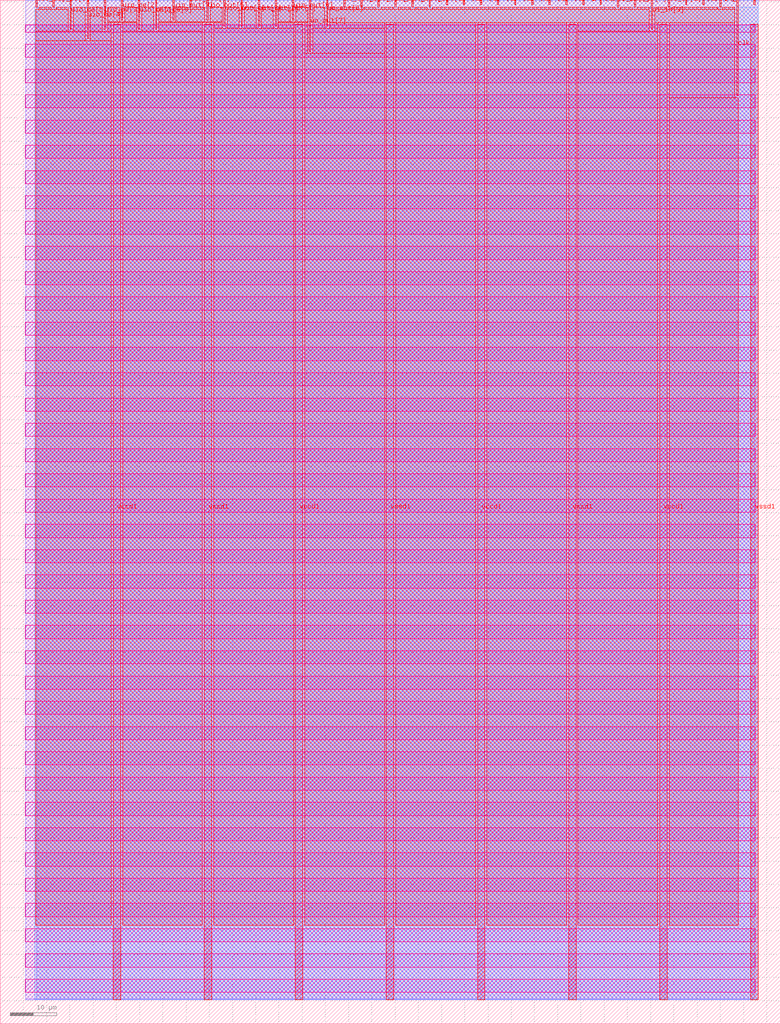
<source format=lef>
VERSION 5.7 ;
  NOWIREEXTENSIONATPIN ON ;
  DIVIDERCHAR "/" ;
  BUSBITCHARS "[]" ;
MACRO tt_um_kiwih_tt_top
  CLASS BLOCK ;
  FOREIGN tt_um_kiwih_tt_top ;
  ORIGIN 0.000 0.000 ;
  SIZE 167.900 BY 220.320 ;
  PIN clk
    DIRECTION INPUT ;
    USE SIGNAL ;
    PORT
      LAYER met4 ;
        RECT 158.550 199.740 158.850 220.320 ;
    END
  END clk
  PIN ena
    DIRECTION INPUT ;
    USE SIGNAL ;
    PORT
      LAYER met4 ;
        RECT 162.230 219.320 162.530 220.320 ;
    END
  END ena
  PIN rst_n
    DIRECTION INPUT ;
    USE SIGNAL ;
    PORT
      LAYER met4 ;
        RECT 154.870 218.780 155.170 220.320 ;
    END
  END rst_n
  PIN ui_in[0]
    DIRECTION INPUT ;
    USE SIGNAL ;
    PORT
      LAYER met4 ;
        RECT 151.190 219.320 151.490 220.320 ;
    END
  END ui_in[0]
  PIN ui_in[1]
    DIRECTION INPUT ;
    USE SIGNAL ;
    PORT
      LAYER met4 ;
        RECT 147.510 219.320 147.810 220.320 ;
    END
  END ui_in[1]
  PIN ui_in[2]
    DIRECTION INPUT ;
    USE SIGNAL ;
    PORT
      LAYER met4 ;
        RECT 143.830 218.780 144.130 220.320 ;
    END
  END ui_in[2]
  PIN ui_in[3]
    DIRECTION INPUT ;
    USE SIGNAL ;
    PORT
      LAYER met4 ;
        RECT 140.150 214.020 140.450 220.320 ;
    END
  END ui_in[3]
  PIN ui_in[4]
    DIRECTION INPUT ;
    USE SIGNAL ;
    PORT
      LAYER met4 ;
        RECT 136.470 218.780 136.770 220.320 ;
    END
  END ui_in[4]
  PIN ui_in[5]
    DIRECTION INPUT ;
    USE SIGNAL ;
    PORT
      LAYER met4 ;
        RECT 132.790 218.780 133.090 220.320 ;
    END
  END ui_in[5]
  PIN ui_in[6]
    DIRECTION INPUT ;
    USE SIGNAL ;
    PORT
      LAYER met4 ;
        RECT 129.110 219.320 129.410 220.320 ;
    END
  END ui_in[6]
  PIN ui_in[7]
    DIRECTION INPUT ;
    USE SIGNAL ;
    PORT
      LAYER met4 ;
        RECT 125.430 219.320 125.730 220.320 ;
    END
  END ui_in[7]
  PIN uio_in[0]
    DIRECTION INPUT ;
    USE SIGNAL ;
    PORT
      LAYER met4 ;
        RECT 121.750 219.320 122.050 220.320 ;
    END
  END uio_in[0]
  PIN uio_in[1]
    DIRECTION INPUT ;
    USE SIGNAL ;
    PORT
      LAYER met4 ;
        RECT 118.070 219.320 118.370 220.320 ;
    END
  END uio_in[1]
  PIN uio_in[2]
    DIRECTION INPUT ;
    USE SIGNAL ;
    PORT
      LAYER met4 ;
        RECT 114.390 219.320 114.690 220.320 ;
    END
  END uio_in[2]
  PIN uio_in[3]
    DIRECTION INPUT ;
    USE SIGNAL ;
    PORT
      LAYER met4 ;
        RECT 110.710 219.320 111.010 220.320 ;
    END
  END uio_in[3]
  PIN uio_in[4]
    DIRECTION INPUT ;
    USE SIGNAL ;
    PORT
      LAYER met4 ;
        RECT 107.030 219.320 107.330 220.320 ;
    END
  END uio_in[4]
  PIN uio_in[5]
    DIRECTION INPUT ;
    USE SIGNAL ;
    PORT
      LAYER met4 ;
        RECT 103.350 219.320 103.650 220.320 ;
    END
  END uio_in[5]
  PIN uio_in[6]
    DIRECTION INPUT ;
    USE SIGNAL ;
    PORT
      LAYER met4 ;
        RECT 99.670 219.320 99.970 220.320 ;
    END
  END uio_in[6]
  PIN uio_in[7]
    DIRECTION INPUT ;
    USE SIGNAL ;
    PORT
      LAYER met4 ;
        RECT 95.990 219.320 96.290 220.320 ;
    END
  END uio_in[7]
  PIN uio_oe[0]
    DIRECTION OUTPUT TRISTATE ;
    USE SIGNAL ;
    PORT
      LAYER met4 ;
        RECT 33.430 214.020 33.730 220.320 ;
    END
  END uio_oe[0]
  PIN uio_oe[1]
    DIRECTION OUTPUT TRISTATE ;
    USE SIGNAL ;
    PORT
      LAYER met4 ;
        RECT 29.750 214.020 30.050 220.320 ;
    END
  END uio_oe[1]
  PIN uio_oe[2]
    DIRECTION OUTPUT TRISTATE ;
    USE SIGNAL ;
    PORT
      LAYER met4 ;
        RECT 26.070 216.060 26.370 220.320 ;
    END
  END uio_oe[2]
  PIN uio_oe[3]
    DIRECTION OUTPUT TRISTATE ;
    USE SIGNAL ;
    PORT
      LAYER met4 ;
        RECT 22.390 214.020 22.690 220.320 ;
    END
  END uio_oe[3]
  PIN uio_oe[4]
    DIRECTION OUTPUT TRISTATE ;
    USE SIGNAL ;
    PORT
      LAYER met4 ;
        RECT 18.710 211.980 19.010 220.320 ;
    END
  END uio_oe[4]
  PIN uio_oe[5]
    DIRECTION OUTPUT TRISTATE ;
    USE SIGNAL ;
    PORT
      LAYER met4 ;
        RECT 15.030 214.020 15.330 220.320 ;
    END
  END uio_oe[5]
  PIN uio_oe[6]
    DIRECTION OUTPUT TRISTATE ;
    USE SIGNAL ;
    PORT
      LAYER met4 ;
        RECT 11.350 218.780 11.650 220.320 ;
    END
  END uio_oe[6]
  PIN uio_oe[7]
    DIRECTION OUTPUT TRISTATE ;
    USE SIGNAL ;
    PORT
      LAYER met4 ;
        RECT 7.670 218.780 7.970 220.320 ;
    END
  END uio_oe[7]
  PIN uio_out[0]
    DIRECTION OUTPUT TRISTATE ;
    USE SIGNAL ;
    PORT
      LAYER met4 ;
        RECT 62.870 216.060 63.170 220.320 ;
    END
  END uio_out[0]
  PIN uio_out[1]
    DIRECTION OUTPUT TRISTATE ;
    USE SIGNAL ;
    PORT
      LAYER met4 ;
        RECT 59.190 214.700 59.490 220.320 ;
    END
  END uio_out[1]
  PIN uio_out[2]
    DIRECTION OUTPUT TRISTATE ;
    USE SIGNAL ;
    PORT
      LAYER met4 ;
        RECT 55.510 214.700 55.810 220.320 ;
    END
  END uio_out[2]
  PIN uio_out[3]
    DIRECTION OUTPUT TRISTATE ;
    USE SIGNAL ;
    PORT
      LAYER met4 ;
        RECT 51.830 214.700 52.130 220.320 ;
    END
  END uio_out[3]
  PIN uio_out[4]
    DIRECTION OUTPUT TRISTATE ;
    USE SIGNAL ;
    PORT
      LAYER met4 ;
        RECT 48.150 214.700 48.450 220.320 ;
    END
  END uio_out[4]
  PIN uio_out[5]
    DIRECTION OUTPUT TRISTATE ;
    USE SIGNAL ;
    PORT
      LAYER met4 ;
        RECT 44.470 216.060 44.770 220.320 ;
    END
  END uio_out[5]
  PIN uio_out[6]
    DIRECTION OUTPUT TRISTATE ;
    USE SIGNAL ;
    PORT
      LAYER met4 ;
        RECT 40.790 218.780 41.090 220.320 ;
    END
  END uio_out[6]
  PIN uio_out[7]
    DIRECTION OUTPUT TRISTATE ;
    USE SIGNAL ;
    PORT
      LAYER met4 ;
        RECT 37.110 216.060 37.410 220.320 ;
    END
  END uio_out[7]
  PIN uo_out[0]
    DIRECTION OUTPUT TRISTATE ;
    USE SIGNAL ;
    PORT
      LAYER met4 ;
        RECT 92.310 218.780 92.610 220.320 ;
    END
  END uo_out[0]
  PIN uo_out[1]
    DIRECTION OUTPUT TRISTATE ;
    USE SIGNAL ;
    PORT
      LAYER met4 ;
        RECT 88.630 218.780 88.930 220.320 ;
    END
  END uo_out[1]
  PIN uo_out[2]
    DIRECTION OUTPUT TRISTATE ;
    USE SIGNAL ;
    PORT
      LAYER met4 ;
        RECT 84.950 218.780 85.250 220.320 ;
    END
  END uo_out[2]
  PIN uo_out[3]
    DIRECTION OUTPUT TRISTATE ;
    USE SIGNAL ;
    PORT
      LAYER met4 ;
        RECT 81.270 218.780 81.570 220.320 ;
    END
  END uo_out[3]
  PIN uo_out[4]
    DIRECTION OUTPUT TRISTATE ;
    USE SIGNAL ;
    PORT
      LAYER met4 ;
        RECT 77.590 218.780 77.890 220.320 ;
    END
  END uo_out[4]
  PIN uo_out[5]
    DIRECTION OUTPUT TRISTATE ;
    USE SIGNAL ;
    PORT
      LAYER met4 ;
        RECT 73.910 218.780 74.210 220.320 ;
    END
  END uo_out[5]
  PIN uo_out[6]
    DIRECTION OUTPUT TRISTATE ;
    USE SIGNAL ;
    PORT
      LAYER met4 ;
        RECT 70.230 214.700 70.530 220.320 ;
    END
  END uo_out[6]
  PIN uo_out[7]
    DIRECTION OUTPUT TRISTATE ;
    USE SIGNAL ;
    PORT
      LAYER met4 ;
        RECT 66.550 209.260 66.850 220.320 ;
    END
  END uo_out[7]
  PIN vccd1
    DIRECTION INOUT ;
    USE POWER ;
    PORT
      LAYER met4 ;
        RECT 24.325 5.200 25.925 215.120 ;
    END
    PORT
      LAYER met4 ;
        RECT 63.535 5.200 65.135 215.120 ;
    END
    PORT
      LAYER met4 ;
        RECT 102.745 5.200 104.345 215.120 ;
    END
    PORT
      LAYER met4 ;
        RECT 141.955 5.200 143.555 215.120 ;
    END
  END vccd1
  PIN vssd1
    DIRECTION INOUT ;
    USE GROUND ;
    PORT
      LAYER met4 ;
        RECT 43.930 5.200 45.530 215.120 ;
    END
    PORT
      LAYER met4 ;
        RECT 83.140 5.200 84.740 215.120 ;
    END
    PORT
      LAYER met4 ;
        RECT 122.350 5.200 123.950 215.120 ;
    END
    PORT
      LAYER met4 ;
        RECT 161.560 5.200 163.160 215.120 ;
    END
  END vssd1
  OBS
      LAYER nwell ;
        RECT 5.330 213.465 162.570 215.070 ;
        RECT 5.330 208.025 162.570 210.855 ;
        RECT 5.330 202.585 162.570 205.415 ;
        RECT 5.330 197.145 162.570 199.975 ;
        RECT 5.330 191.705 162.570 194.535 ;
        RECT 5.330 186.265 162.570 189.095 ;
        RECT 5.330 180.825 162.570 183.655 ;
        RECT 5.330 175.385 162.570 178.215 ;
        RECT 5.330 169.945 162.570 172.775 ;
        RECT 5.330 164.505 162.570 167.335 ;
        RECT 5.330 159.065 162.570 161.895 ;
        RECT 5.330 153.625 162.570 156.455 ;
        RECT 5.330 148.185 162.570 151.015 ;
        RECT 5.330 142.745 162.570 145.575 ;
        RECT 5.330 137.305 162.570 140.135 ;
        RECT 5.330 131.865 162.570 134.695 ;
        RECT 5.330 126.425 162.570 129.255 ;
        RECT 5.330 120.985 162.570 123.815 ;
        RECT 5.330 115.545 162.570 118.375 ;
        RECT 5.330 110.105 162.570 112.935 ;
        RECT 5.330 104.665 162.570 107.495 ;
        RECT 5.330 99.225 162.570 102.055 ;
        RECT 5.330 93.785 162.570 96.615 ;
        RECT 5.330 88.345 162.570 91.175 ;
        RECT 5.330 82.905 162.570 85.735 ;
        RECT 5.330 77.465 162.570 80.295 ;
        RECT 5.330 72.025 162.570 74.855 ;
        RECT 5.330 66.585 162.570 69.415 ;
        RECT 5.330 61.145 162.570 63.975 ;
        RECT 5.330 55.705 162.570 58.535 ;
        RECT 5.330 50.265 162.570 53.095 ;
        RECT 5.330 44.825 162.570 47.655 ;
        RECT 5.330 39.385 162.570 42.215 ;
        RECT 5.330 33.945 162.570 36.775 ;
        RECT 5.330 28.505 162.570 31.335 ;
        RECT 5.330 23.065 162.570 25.895 ;
        RECT 5.330 17.625 162.570 20.455 ;
        RECT 5.330 12.185 162.570 15.015 ;
        RECT 5.330 6.745 162.570 9.575 ;
      LAYER li1 ;
        RECT 5.520 5.355 162.380 214.965 ;
      LAYER met1 ;
        RECT 5.520 5.200 163.160 220.280 ;
      LAYER met2 ;
        RECT 7.910 5.255 163.130 220.310 ;
      LAYER met3 ;
        RECT 7.430 5.275 163.150 218.785 ;
      LAYER met4 ;
        RECT 8.370 218.380 10.950 218.785 ;
        RECT 12.050 218.380 14.630 218.785 ;
        RECT 7.655 213.620 14.630 218.380 ;
        RECT 15.730 213.620 18.310 218.785 ;
        RECT 7.655 211.580 18.310 213.620 ;
        RECT 19.410 213.620 21.990 218.785 ;
        RECT 23.090 215.660 25.670 218.785 ;
        RECT 26.770 215.660 29.350 218.785 ;
        RECT 23.090 215.520 29.350 215.660 ;
        RECT 23.090 213.620 23.925 215.520 ;
        RECT 19.410 211.580 23.925 213.620 ;
        RECT 7.655 21.255 23.925 211.580 ;
        RECT 26.325 213.620 29.350 215.520 ;
        RECT 30.450 213.620 33.030 218.785 ;
        RECT 34.130 215.660 36.710 218.785 ;
        RECT 37.810 218.380 40.390 218.785 ;
        RECT 41.490 218.380 44.070 218.785 ;
        RECT 37.810 215.660 44.070 218.380 ;
        RECT 45.170 215.660 47.750 218.785 ;
        RECT 34.130 215.520 47.750 215.660 ;
        RECT 34.130 213.620 43.530 215.520 ;
        RECT 26.325 21.255 43.530 213.620 ;
        RECT 45.930 214.300 47.750 215.520 ;
        RECT 48.850 214.300 51.430 218.785 ;
        RECT 52.530 214.300 55.110 218.785 ;
        RECT 56.210 214.300 58.790 218.785 ;
        RECT 59.890 215.660 62.470 218.785 ;
        RECT 63.570 215.660 66.150 218.785 ;
        RECT 59.890 215.520 66.150 215.660 ;
        RECT 59.890 214.300 63.135 215.520 ;
        RECT 45.930 21.255 63.135 214.300 ;
        RECT 65.535 208.860 66.150 215.520 ;
        RECT 67.250 214.300 69.830 218.785 ;
        RECT 70.930 218.380 73.510 218.785 ;
        RECT 74.610 218.380 77.190 218.785 ;
        RECT 78.290 218.380 80.870 218.785 ;
        RECT 81.970 218.380 84.550 218.785 ;
        RECT 85.650 218.380 88.230 218.785 ;
        RECT 89.330 218.380 91.910 218.785 ;
        RECT 93.010 218.380 132.390 218.785 ;
        RECT 133.490 218.380 136.070 218.785 ;
        RECT 137.170 218.380 139.750 218.785 ;
        RECT 70.930 215.520 139.750 218.380 ;
        RECT 70.930 214.300 82.740 215.520 ;
        RECT 67.250 208.860 82.740 214.300 ;
        RECT 65.535 21.255 82.740 208.860 ;
        RECT 85.140 21.255 102.345 215.520 ;
        RECT 104.745 21.255 121.950 215.520 ;
        RECT 124.350 213.620 139.750 215.520 ;
        RECT 140.850 218.380 143.430 218.785 ;
        RECT 144.530 218.380 154.470 218.785 ;
        RECT 155.570 218.380 158.150 218.785 ;
        RECT 140.850 215.520 158.150 218.380 ;
        RECT 140.850 213.620 141.555 215.520 ;
        RECT 124.350 21.255 141.555 213.620 ;
        RECT 143.955 199.340 158.150 215.520 ;
        RECT 143.955 21.255 158.865 199.340 ;
  END
END tt_um_kiwih_tt_top
END LIBRARY


</source>
